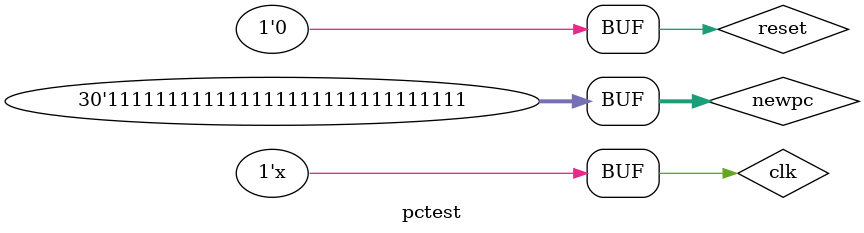
<source format=v>
module pctest;
  reg clk,reset;
  reg [29:0] newpc;
  wire [29:0] pcout;
  pc p1(clk,reset,newpc,pcout);
  
  initial
  begin
    clk=0;
    reset=0;
    
    #100
    reset=1;
    newpc=30'b111111111111111111111111111111;
    
    #100;
    reset=0;
    newpc=30'b111111111111111111111111111111;
  end
    
    always
    #500 clk=~clk;
  endmodule
  
  


</source>
